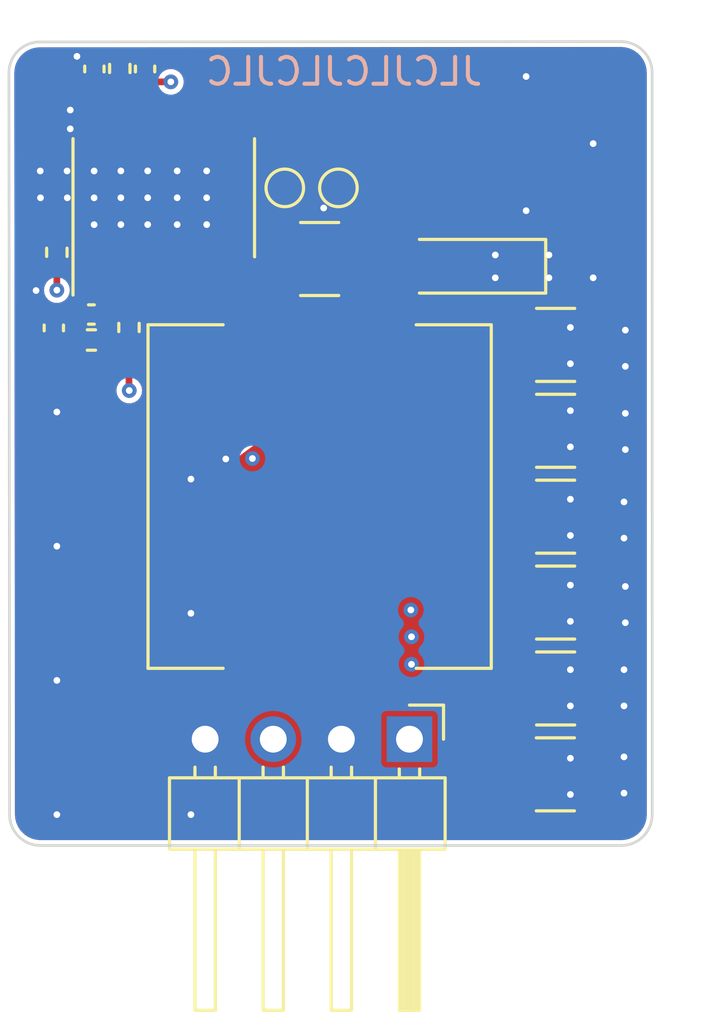
<source format=kicad_pcb>
(kicad_pcb (version 20221018) (generator pcbnew)
  (layers (0 "F.Cu" signal "Top.Cu") (1 "In1.Cu" signal "2Top.Cu") (2 "In2.Cu" signal "2Bot.Cu") (31 "B.Cu" signal "Bot.Cu") (34 "B.Paste" user) (35 "F.Paste" user) (36 "B.SilkS" user "B.Silkscreen") (37 "F.SilkS" user "F.Silkscreen") (38 "B.Mask" user) (39 "F.Mask" user) (44 "Edge.Cuts" user))
  (net 0 "")
  (net 1 "Net-(U1-FB)")
  (net 2 "Net-(U1-VC)")
  (net 4 "Net-(U1-~{FAULT})")
  (net 5 "Vin (12V - 15V)")
  (net 6 "Net-(C10-Pad1)")
  (net 8 "Net-(U1-RT)")
  (net 9 "Net-(U1-SS)")
  (net 10 "GND")
  (net 11 "-15V")
  (net 12 "Net-(C5-Pad1)")
  (net 13 "Net-(D2-A)")
  (footprint "Resistor_SMD:R_0402_1005Metric" (layer "F.Cu") (at 57.69 69.35 90)
    (fp_text reference "R2" hide)
    (fp_text value "100K")
    (fp_line (start -0.153641 -0.38) (end 0.153641 -0.38) (stroke (width 0.12)) (layer "F.SilkS"))
    (fp_line (start -0.153641 0.38) (end 0.153641 0.38) (stroke (width 0.12)) (layer "F.SilkS"))
    (pad "1" smd roundrect (at -0.51 0 90) (size 0.54 0.64) (layers "F.Cu" "F.Paste" "F.Mask") (net 5 "Vin (12V - 15V)"))
    (pad "2" smd roundrect (at 0.51 0 90) (size 0.54 0.64) (layers "F.Cu" "F.Paste" "F.Mask") (net 4 "Net-(U1-~{FAULT})"))
  )
  (footprint "TestPoint:TestPoint_Pad_D1.0mm" (layer "F.Cu") (at 63.5 64.15)
    (fp_text reference "TP3" hide)
    (fp_text value "TestPoint")
    (fp_circle (center 0 0) (end 0 0.7) (stroke (width 0.12)) (fill none) (layer "F.SilkS"))
    (pad "1" smd circle (at 0 0) (size 1 1) (layers "F.Cu" "F.Mask") (net 6 "Net-(C10-Pad1)"))
  )
  (footprint "Capacitor_SMD:C_1210_3225Metric" (layer "F.Cu") (at 73.59 86)
    (fp_text reference "C3" hide)
    (fp_text value "10u")
    (fp_line (start -0.711252 -1.36) (end 0.711252 -1.36) (stroke (width 0.12)) (layer "F.SilkS"))
    (fp_line (start -0.711252 1.36) (end 0.711252 1.36) (stroke (width 0.12)) (layer "F.SilkS"))
    (pad "1" smd roundrect (at -1.475 0) (size 1.15 2.7) (layers "F.Cu" "F.Paste" "F.Mask") (roundrect_rratio 0.2173913043) (net 5 "Vin (12V - 15V)"))
    (pad "2" smd roundrect (at 1.475 0) (size 1.15 2.7) (layers "F.Cu" "F.Paste" "F.Mask") (roundrect_rratio 0.2173913043) (net 10 "GND"))
  )
  (footprint "Capacitor_SMD:C_1210_3225Metric" (layer "F.Cu") (at 73.6 70)
    (fp_text reference "C9" hide)
    (fp_text value "10u")
    (fp_line (start -0.711252 -1.36) (end 0.711252 -1.36) (stroke (width 0.12)) (layer "F.SilkS"))
    (fp_line (start -0.711252 1.36) (end 0.711252 1.36) (stroke (width 0.12)) (layer "F.SilkS"))
    (pad "1" smd roundrect (at -1.475 0) (size 1.15 2.7) (layers "F.Cu" "F.Paste" "F.Mask") (roundrect_rratio 0.2173913043) (net 11 "-15V"))
    (pad "2" smd roundrect (at 1.475 0) (size 1.15 2.7) (layers "F.Cu" "F.Paste" "F.Mask") (roundrect_rratio 0.2173913043) (net 10 "GND"))
  )
  (footprint "TestPoint:TestPoint_Pad_D1.0mm" (layer "F.Cu") (at 65.5 64.15)
    (fp_text reference "TP5" hide)
    (fp_text value "TestPoint")
    (fp_circle (center 0 0) (end 0 0.7) (stroke (width 0.12)) (fill none) (layer "F.SilkS"))
    (pad "1" smd circle (at 0 0) (size 1 1) (layers "F.Cu" "F.Mask") (net 10 "GND"))
  )
  (footprint "Capacitor_SMD:C_0402_1005Metric" (layer "F.Cu") (at 54.8875 69.3675 90)
    (fp_text reference "C5" hide)
    (fp_text value "1n")
    (fp_line (start -0.107836 -0.36) (end 0.107836 -0.36) (stroke (width 0.12)) (layer "F.SilkS"))
    (fp_line (start -0.107836 0.36) (end 0.107836 0.36) (stroke (width 0.12)) (layer "F.SilkS"))
    (pad "1" smd roundrect (at -0.48 0 90) (size 0.56 0.62) (layers "F.Cu" "F.Paste" "F.Mask") (net 12 "Net-(C5-Pad1)"))
    (pad "2" smd roundrect (at 0.48 0 90) (size 0.56 0.62) (layers "F.Cu" "F.Paste" "F.Mask") (net 10 "GND"))
  )
  (footprint "Capacitor_SMD:C_0402_1005Metric" (layer "F.Cu") (at 58.29 59.72 90)
    (fp_text reference "C11" hide)
    (fp_text value "100n")
    (fp_line (start -0.107836 -0.36) (end 0.107836 -0.36) (stroke (width 0.12)) (layer "F.SilkS"))
    (fp_line (start -0.107836 0.36) (end 0.107836 0.36) (stroke (width 0.12)) (layer "F.SilkS"))
    (pad "1" smd roundrect (at -0.48 0 90) (size 0.56 0.62) (layers "F.Cu" "F.Paste" "F.Mask") (net 5 "Vin (12V - 15V)"))
    (pad "2" smd roundrect (at 0.48 0 90) (size 0.56 0.62) (layers "F.Cu" "F.Paste" "F.Mask") (net 10 "GND"))
  )
  (footprint "Capacitor_SMD:C_0402_1005Metric" (layer "F.Cu") (at 56.4 59.72 90)
    (fp_text reference "C1" hide)
    (fp_text value "100n")
    (fp_line (start -0.107836 -0.36) (end 0.107836 -0.36) (stroke (width 0.12)) (layer "F.SilkS"))
    (fp_line (start -0.107836 0.36) (end 0.107836 0.36) (stroke (width 0.12)) (layer "F.SilkS"))
    (pad "1" smd roundrect (at -0.48 0 90) (size 0.56 0.62) (layers "F.Cu" "F.Paste" "F.Mask") (net 9 "Net-(U1-SS)"))
    (pad "2" smd roundrect (at 0.48 0 90) (size 0.56 0.62) (layers "F.Cu" "F.Paste" "F.Mask") (net 10 "GND"))
  )
  (footprint "Capacitor_SMD:C_1210_3225Metric" (layer "F.Cu") (at 73.6 73.2)
    (fp_text reference "C8" hide)
    (fp_text value "10u")
    (fp_line (start -0.711252 -1.36) (end 0.711252 -1.36) (stroke (width 0.12)) (layer "F.SilkS"))
    (fp_line (start -0.711252 1.36) (end 0.711252 1.36) (stroke (width 0.12)) (layer "F.SilkS"))
    (pad "1" smd roundrect (at -1.475 0) (size 1.15 2.7) (layers "F.Cu" "F.Paste" "F.Mask") (roundrect_rratio 0.2173913043) (net 11 "-15V"))
    (pad "2" smd roundrect (at 1.475 0) (size 1.15 2.7) (layers "F.Cu" "F.Paste" "F.Mask") (roundrect_rratio 0.2173913043) (net 10 "GND"))
  )
  (footprint "Capacitor_SMD:C_0402_1005Metric" (layer "F.Cu") (at 56.2875 68.8675 180)
    (fp_text reference "C4" hide)
    (fp_text value "27p")
    (fp_line (start -0.107836 -0.36) (end 0.107836 -0.36) (stroke (width 0.12)) (layer "F.SilkS"))
    (fp_line (start -0.107836 0.36) (end 0.107836 0.36) (stroke (width 0.12)) (layer "F.SilkS"))
    (pad "1" smd roundrect (at -0.48 0 180) (size 0.56 0.62) (layers "F.Cu" "F.Paste" "F.Mask") (net 2 "Net-(U1-VC)"))
    (pad "2" smd roundrect (at 0.48 0 180) (size 0.56 0.62) (layers "F.Cu" "F.Paste" "F.Mask") (net 10 "GND"))
  )
  (footprint "Capacitor_SMD:C_1210_3225Metric" (layer "F.Cu") (at 73.6 79.6)
    (fp_text reference "C6" hide)
    (fp_text value "10u")
    (fp_line (start -0.711252 -1.36) (end 0.711252 -1.36) (stroke (width 0.12)) (layer "F.SilkS"))
    (fp_line (start -0.711252 1.36) (end 0.711252 1.36) (stroke (width 0.12)) (layer "F.SilkS"))
    (pad "1" smd roundrect (at -1.475 0) (size 1.15 2.7) (layers "F.Cu" "F.Paste" "F.Mask") (roundrect_rratio 0.2173913043) (net 11 "-15V"))
    (pad "2" smd roundrect (at 1.475 0) (size 1.15 2.7) (layers "F.Cu" "F.Paste" "F.Mask") (roundrect_rratio 0.2173913043) (net 10 "GND"))
  )
  (footprint "Inductor_SMD:L_Wuerth_WE-DD-Typ-L-Typ-XL-Typ-XXL" (layer "F.Cu") (at 64.8 75.65 180)
    (fp_text reference "L1" hide)
    (fp_text value "L_Coupled 744871004")
    (fp_line (start -6.4 -6.4) (end -3.6 -6.4) (stroke (width 0.12)) (layer "F.SilkS"))
    (fp_line (start -6.4 6.4) (end -6.4 -6.4) (stroke (width 0.12)) (layer "F.SilkS"))
    (fp_line (start -3.6 6.4) (end -6.4 6.4) (stroke (width 0.12)) (layer "F.SilkS"))
    (fp_line (start 3.6 -6.4) (end 6.4 -6.4) (stroke (width 0.12)) (layer "F.SilkS"))
    (fp_line (start 6.4 -6.4) (end 6.4 6.4) (stroke (width 0.12)) (layer "F.SilkS"))
    (fp_line (start 6.4 6.4) (end 3.6 6.4) (stroke (width 0.12)) (layer "F.SilkS"))
    (pad "1" smd rect (at -1.75 -5 180) (size 2.5 3.85) (layers "F.Cu" "F.Paste" "F.Mask") (net 5 "Vin (12V - 15V)"))
    (pad "2" smd rect (at 1.75 -5 180) (size 2.5 3.85) (layers "F.Cu" "F.Paste" "F.Mask") (net 11 "-15V"))
    (pad "3" smd rect (at 1.75 5 180) (size 2.5 3.85) (layers "F.Cu" "F.Paste" "F.Mask") (net 6 "Net-(C10-Pad1)"))
    (pad "4" smd rect (at -1.75 5 180) (size 2.5 3.85) (layers "F.Cu" "F.Paste" "F.Mask") (net 13 "Net-(D2-A)"))
  )
  (footprint "Capacitor_SMD:C_1210_3225Metric" (layer "F.Cu") (at 73.6 76.4)
    (fp_text reference "C7" hide)
    (fp_text value "10u")
    (fp_line (start -0.711252 -1.36) (end 0.711252 -1.36) (stroke (width 0.12)) (layer "F.SilkS"))
    (fp_line (start -0.711252 1.36) (end 0.711252 1.36) (stroke (width 0.12)) (layer "F.SilkS"))
    (pad "1" smd roundrect (at -1.475 0) (size 1.15 2.7) (layers "F.Cu" "F.Paste" "F.Mask") (roundrect_rratio 0.2173913043) (net 11 "-15V"))
    (pad "2" smd roundrect (at 1.475 0) (size 1.15 2.7) (layers "F.Cu" "F.Paste" "F.Mask") (roundrect_rratio 0.2173913043) (net 10 "GND"))
  )
  (footprint "footprints:DO-221AC" (layer "F.Cu") (at 70.2 67.08 180)
    (fp_text reference "D2" hide)
    (fp_text value "VSSAF5L45")
    (fp_line (start -3.03 -0.99) (end -3.03 1.01) (stroke (width 0.12)) (layer "F.SilkS"))
    (fp_line (start -3.03 -0.99) (end 1.68 -0.99) (stroke (width 0.12)) (layer "F.SilkS"))
    (fp_line (start -3.03 1.01) (end 1.68 1.01) (stroke (width 0.12)) (layer "F.SilkS"))
    (pad "1" smd roundrect (at -2.15 0 180) (size 1.25 1.55) (layers "F.Cu" "F.Paste" "F.Mask") (net 10 "GND"))
    (pad "2" smd roundrect (at 2.15 0 180) (size 1.25 1.55) (layers "F.Cu" "F.Paste" "F.Mask") (net 13 "Net-(D2-A)"))
  )
  (footprint "Resistor_SMD:R_0402_1005Metric" (layer "F.Cu") (at 56.2875 69.8175 180)
    (fp_text reference "R3" hide)
    (fp_text value "22K")
    (fp_line (start -0.153641 -0.38) (end 0.153641 -0.38) (stroke (width 0.12)) (layer "F.SilkS"))
    (fp_line (start -0.153641 0.38) (end 0.153641 0.38) (stroke (width 0.12)) (layer "F.SilkS"))
    (pad "1" smd roundrect (at -0.51 0 180) (size 0.54 0.64) (layers "F.Cu" "F.Paste" "F.Mask") (net 2 "Net-(U1-VC)"))
    (pad "2" smd roundrect (at 0.51 0 180) (size 0.54 0.64) (layers "F.Cu" "F.Paste" "F.Mask") (net 12 "Net-(C5-Pad1)"))
  )
  (footprint "Resistor_SMD:R_0402_1005Metric" (layer "F.Cu") (at 55 66.55 -90)
    (fp_text reference "R4" hide)
    (fp_text value "180K")
    (fp_line (start -0.153641 -0.38) (end 0.153641 -0.38) (stroke (width 0.12)) (layer "F.SilkS"))
    (fp_line (start -0.153641 0.38) (end 0.153641 0.38) (stroke (width 0.12)) (layer "F.SilkS"))
    (pad "1" smd roundrect (at -0.51 0 270) (size 0.54 0.64) (layers "F.Cu" "F.Paste" "F.Mask") (net 1 "Net-(U1-FB)"))
    (pad "2" smd roundrect (at 0.51 0 270) (size 0.54 0.64) (layers "F.Cu" "F.Paste" "F.Mask") (net 11 "-15V"))
  )
  (footprint "Capacitor_SMD:C_1210_3225Metric" (layer "F.Cu") (at 73.6 82.8)
    (fp_text reference "C2" hide)
    (fp_text value "10u")
    (fp_line (start -0.711252 -1.36) (end 0.711252 -1.36) (stroke (width 0.12)) (layer "F.SilkS"))
    (fp_line (start -0.711252 1.36) (end 0.711252 1.36) (stroke (width 0.12)) (layer "F.SilkS"))
    (pad "1" smd roundrect (at -1.475 0) (size 1.15 2.7) (layers "F.Cu" "F.Paste" "F.Mask") (roundrect_rratio 0.2173913043) (net 5 "Vin (12V - 15V)"))
    (pad "2" smd roundrect (at 1.475 0) (size 1.15 2.7) (layers "F.Cu" "F.Paste" "F.Mask") (roundrect_rratio 0.2173913043) (net 10 "GND"))
  )
  (footprint "Connector_PinHeader_2.54mm:PinHeader_1x04_P2.54mm_Horizontal" (layer "F.Cu") (at 68.15 84.69 -90)
    (fp_text reference "J1" hide)
    (fp_text value "Conn_01x04_Pin")
    (fp_line (start -1.27 -1.27) (end 0 -1.27) (stroke (width 0.12)) (layer "F.SilkS"))
    (fp_line (start -1.27 0) (end -1.27 -1.27) (stroke (width 0.12)) (layer "F.SilkS"))
    (fp_line (start 1.042929 2.16) (end 1.44 2.16) (stroke (width 0.12)) (layer "F.SilkS"))
    (fp_line (start 1.042929 2.92) (end 1.44 2.92) (stroke (width 0.12)) (layer "F.SilkS"))
    (fp_line (start 1.042929 4.7) (end 1.44 4.7) (stroke (width 0.12)) (layer "F.SilkS"))
    (fp_line (start 1.042929 5.46) (end 1.44 5.46) (stroke (width 0.12)) (layer "F.SilkS"))
    (fp_line (start 1.042929 7.24) (end 1.44 7.24) (stroke (width 0.12)) (layer "F.SilkS"))
    (fp_line (start 1.042929 8) (end 1.44 8) (stroke (width 0.12)) (layer "F.SilkS"))
    (fp_line (start 1.11 -0.38) (end 1.44 -0.38) (stroke (width 0.12)) (layer "F.SilkS"))
    (fp_line (start 1.11 0.38) (end 1.44 0.38) (stroke (width 0.12)) (layer "F.SilkS"))
    (fp_line (start 1.44 -1.33) (end 1.44 8.95) (stroke (width 0.12)) (layer "F.SilkS"))
    (fp_line (start 1.44 1.27) (end 4.1 1.27) (stroke (width 0.12)) (layer "F.SilkS"))
    (fp_line (start 1.44 3.81) (end 4.1 3.81) (stroke (width 0.12)) (layer "F.SilkS"))
    (fp_line (start 1.44 6.35) (end 4.1 6.35) (stroke (width 0.12)) (layer "F.SilkS"))
    (fp_line (start 1.44 8.95) (end 4.1 8.95) (stroke (width 0.12)) (layer "F.SilkS"))
    (fp_line (start 4.1 -1.33) (end 1.44 -1.33) (stroke (width 0.12)) (layer "F.SilkS"))
    (fp_line (start 4.1 -0.38) (end 10.1 -0.38) (stroke (width 0.12)) (layer "F.SilkS"))
    (fp_line (start 4.1 -0.32) (end 10.1 -0.32) (stroke (width 0.12)) (layer "F.SilkS"))
    (fp_line (start 4.1 -0.2) (end 10.1 -0.2) (stroke (width 0.12)) (layer "F.SilkS"))
    (fp_line (start 4.1 -0.08) (end 10.1 -0.08) (stroke (width 0.12)) (layer "F.SilkS"))
    (fp_line (start 4.1 0.04) (end 10.1 0.04) (stroke (width 0.12)) (layer "F.SilkS"))
    (fp_line (start 4.1 0.16) (end 10.1 0.16) (stroke (width 0.12)) (layer "F.SilkS"))
    (fp_line (start 4.1 0.28) (end 10.1 0.28) (stroke (width 0.12)) (layer "F.SilkS"))
    (fp_line (start 4.1 2.16) (end 10.1 2.16) (stroke (width 0.12)) (layer "F.SilkS"))
    (fp_line (start 4.1 4.7) (end 10.1 4.7) (stroke (width 0.12)) (layer "F.SilkS"))
    (fp_line (start 4.1 7.24) (end 10.1 7.24) (stroke (width 0.12)) (layer "F.SilkS"))
    (fp_line (start 4.1 8.95) (end 4.1 -1.33) (stroke (width 0.12)) (layer "F.SilkS"))
    (fp_line (start 10.1 -0.38) (end 10.1 0.38) (stroke (width 0.12)) (layer "F.SilkS"))
    (fp_line (start 10.1 0.38) (end 4.1 0.38) (stroke (width 0.12)) (layer "F.SilkS"))
    (fp_line (start 10.1 2.16) (end 10.1 2.92) (stroke (width 0.12)) (layer "F.SilkS"))
    (fp_line (start 10.1 2.92) (end 4.1 2.92) (stroke (width 0.12)) (layer "F.SilkS"))
    (fp_line (start 10.1 4.7) (end 10.1 5.46) (stroke (width 0.12)) (layer "F.SilkS"))
    (fp_line (start 10.1 5.46) (end 4.1 5.46) (stroke (width 0.12)) (layer "F.SilkS"))
    (fp_line (start 10.1 7.24) (end 10.1 8) (stroke (width 0.12)) (layer "F.SilkS"))
    (fp_line (start 10.1 8) (end 4.1 8) (stroke (width 0.12)) (layer "F.SilkS"))
    (pad "1" thru_hole rect (at 0 0 270) (size 1.7 1.7) (drill 1) (layers "*.Cu" "*.Mask") (net 5 "Vin (12V - 15V)"))
    (pad "2" thru_hole oval (at 0 2.54 270) (size 1.7 1.7) (drill 1) (layers "*.Cu" "*.Mask") (net 10 "GND"))
    (pad "3" thru_hole oval (at 0 5.08 270) (size 1.7 1.7) (drill 1) (layers "*.Cu" "*.Mask") (net 11 "-15V"))
    (pad "4" thru_hole oval (at 0 7.62 270) (size 1.7 1.7) (drill 1) (layers "*.Cu" "*.Mask") (net 10 "GND"))
  )
  (footprint "Capacitor_SMD:C_1210_3225Metric" (layer "F.Cu") (at 64.8 66.8)
    (fp_text reference "C10" hide)
    (fp_text value "4u7")
    (fp_line (start -0.711252 -1.36) (end 0.711252 -1.36) (stroke (width 0.12)) (layer "F.SilkS"))
    (fp_line (start -0.711252 1.36) (end 0.711252 1.36) (stroke (width 0.12)) (layer "F.SilkS"))
    (pad "1" smd roundrect (at -1.475 0) (size 1.15 2.7) (layers "F.Cu" "F.Paste" "F.Mask") (roundrect_rratio 0.2173913043) (net 6 "Net-(C10-Pad1)"))
    (pad "2" smd roundrect (at 1.475 0) (size 1.15 2.7) (layers "F.Cu" "F.Paste" "F.Mask") (roundrect_rratio 0.2173913043) (net 13 "Net-(D2-A)"))
  )
  (footprint "Resistor_SMD:R_0402_1005Metric" (layer "F.Cu") (at 57.3475 59.7 90)
    (fp_text reference "R1" hide)
    (fp_text value "82K")
    (fp_line (start -0.153641 -0.38) (end 0.153641 -0.38) (stroke (width 0.12)) (layer "F.SilkS"))
    (fp_line (start -0.153641 0.38) (end 0.153641 0.38) (stroke (width 0.12)) (layer "F.SilkS"))
    (pad "1" smd roundrect (at -0.51 0 90) (size 0.54 0.64) (layers "F.Cu" "F.Paste" "F.Mask") (net 8 "Net-(U1-RT)"))
    (pad "2" smd roundrect (at 0.51 0 90) (size 0.54 0.64) (layers "F.Cu" "F.Paste" "F.Mask") (net 10 "GND"))
  )
  (footprint "footprints:TSSOP-20-1EP_4.4x6.5mm_P0.65mm_EP2.75x3.85mm" (layer "F.Cu") (at 58.9875 64.5175 90)
    (fp_text reference "U1" hide)
    (fp_text value "LT3579")
    (fp_line (start 0 -3.385) (end -3.625 -3.385) (stroke (width 0.12)) (layer "F.SilkS"))
    (fp_line (start 0 -3.385) (end 2.2 -3.385) (stroke (width 0.12)) (layer "F.SilkS"))
    (fp_line (start 0 3.385) (end -2.2 3.385) (stroke (width 0.12)) (layer "F.SilkS"))
    (fp_line (start 0 3.385) (end 2.2 3.385) (stroke (width 0.12)) (layer "F.SilkS"))
    (pad "1" smd roundrect (at -2.8875 -2.925 90) (size 1.475 0.4) (layers "F.Cu" "F.Paste" "F.Mask") (net 1 "Net-(U1-FB)"))
    (pad "2" smd roundrect (at -2.8875 -2.275 90) (size 1.475 0.4) (layers "F.Cu" "F.Paste" "F.Mask") (net 2 "Net-(U1-VC)"))
    (pad "3" smd roundrect (at -2.8875 -1.625 90) (size 1.475 0.4) (layers "F.Cu" "F.Paste" "F.Mask"))
    (pad "4" smd roundrect (at -2.8875 -0.975 90) (size 1.475 0.4) (layers "F.Cu" "F.Paste" "F.Mask") (net 4 "Net-(U1-~{FAULT})"))
    (pad "5" smd roundrect (at -2.8875 -0.325 90) (size 1.475 0.4) (layers "F.Cu" "F.Paste" "F.Mask") (net 5 "Vin (12V - 15V)"))
    (pad "6" smd roundrect (at -2.8875 0.325 90) (size 1.475 0.4) (layers "F.Cu" "F.Paste" "F.Mask") (net 6 "Net-(C10-Pad1)"))
    (pad "7" smd roundrect (at -2.8875 0.975 90) (size 1.475 0.4) (layers "F.Cu" "F.Paste" "F.Mask") (net 6 "Net-(C10-Pad1)"))
    (pad "8" smd roundrect (at -2.8875 1.625 90) (size 1.475 0.4) (layers "F.Cu" "F.Paste" "F.Mask") (net 6 "Net-(C10-Pad1)"))
    (pad "9" smd roundrect (at -2.8875 2.275 90) (size 1.475 0.4) (layers "F.Cu" "F.Paste" "F.Mask") (net 6 "Net-(C10-Pad1)"))
    (pad "10" smd roundrect (at -2.8875 2.925 90) (size 1.475 0.4) (layers "F.Cu" "F.Paste" "F.Mask") (net 6 "Net-(C10-Pad1)"))
    (pad "11" smd roundrect (at 2.8875 2.925 90) (size 1.475 0.4) (layers "F.Cu" "F.Paste" "F.Mask") (net 6 "Net-(C10-Pad1)"))
    (pad "12" smd roundrect (at 2.8875 2.275 90) (size 1.475 0.4) (layers "F.Cu" "F.Paste" "F.Mask") (net 6 "Net-(C10-Pad1)"))
    (pad "13" smd roundrect (at 2.8875 1.625 90) (size 1.475 0.4) (layers "F.Cu" "F.Paste" "F.Mask") (net 6 "Net-(C10-Pad1)"))
    (pad "14" smd roundrect (at 2.8875 0.975 90) (size 1.475 0.4) (layers "F.Cu" "F.Paste" "F.Mask") (net 6 "Net-(C10-Pad1)"))
    (pad "15" smd roundrect (at 2.8875 0.325 90) (size 1.475 0.4) (layers "F.Cu" "F.Paste" "F.Mask") (net 6 "Net-(C10-Pad1)"))
    (pad "16" smd roundrect (at 2.8875 -0.325 90) (size 1.475 0.4) (layers "F.Cu" "F.Paste" "F.Mask"))
    (pad "17" smd roundrect (at 2.8875 -0.975 90) (size 1.475 0.4) (layers "F.Cu" "F.Paste" "F.Mask") (net 5 "Vin (12V - 15V)"))
    (pad "18" smd roundrect (at 2.8875 -1.625 90) (size 1.475 0.4) (layers "F.Cu" "F.Paste" "F.Mask") (net 8 "Net-(U1-RT)"))
    (pad "19" smd roundrect (at 2.8875 -2.275 90) (size 1.475 0.4) (layers "F.Cu" "F.Paste" "F.Mask") (net 9 "Net-(U1-SS)"))
    (pad "20" smd roundrect (at 2.8875 -2.925 90) (size 1.475 0.4) (layers "F.Cu" "F.Paste" "F.Mask") (net 10 "GND"))
    (pad "21" thru_hole circle (at -1 -1.6 90) (size 0.55 0.55) (drill 0.25) (layers "*.Cu" "F.Mask") (net 10 "GND"))
    (pad "21" thru_hole circle (at -1 -0.6 90) (size 0.55 0.55) (drill 0.25) (layers "*.Cu" "F.Mask") (net 10 "GND"))
    (pad "21" thru_hole circle (at -1 0.5 90) (size 0.55 0.55) (drill 0.25) (layers "*.Cu" "F.Mask") (net 10 "GND"))
    (pad "21" thru_hole circle (at -1 1.6 90) (size 0.55 0.55) (drill 0.25) (layers "*.Cu" "F.Mask") (net 10 "GND"))
    (pad "21" thru_hole circle (at 0 -1.6 90) (size 0.55 0.55) (drill 0.25) (layers "*.Cu" "F.Mask") (net 10 "GND"))
    (pad "21" thru_hole circle (at 0 -0.6 90) (size 0.55 0.55) (drill 0.25) (layers "*.Cu" "F.Mask") (net 10 "GND"))
    (pad "21" smd rect (at 0 0 90) (size 2.74 3.86) (layers "F.Cu" "F.Mask") (net 10 "GND"))
    (pad "21" thru_hole circle (at 0 0.5 90) (size 0.55 0.55) (drill 0.25) (layers "*.Cu" "F.Mask") (net 10 "GND"))
    (pad "21" thru_hole circle (at 0 1.6 90) (size 0.55 0.55) (drill 0.25) (layers "*.Cu" "F.Mask") (net 10 "GND"))
    (pad "21" thru_hole circle (at 1 -1.6 90) (size 0.55 0.55) (drill 0.25) (layers "*.Cu" "F.Mask") (net 10 "GND"))
    (pad "21" thru_hole circle (at 1 -0.6 90) (size 0.55 0.55) (drill 0.25) (layers "*.Cu" "F.Mask") (net 10 "GND"))
    (pad "21" thru_hole circle (at 1 0.5 90) (size 0.55 0.55) (drill 0.25) (layers "*.Cu" "F.Mask") (net 10 "GND"))
    (pad "21" thru_hole circle (at 1 1.6 90) (size 0.55 0.55) (drill 0.25) (layers "*.Cu" "F.Mask") (net 10 "GND"))
  )
  (gr_line (start 77.198853 59.914819) (end 77.2 87.5) (stroke (width 0.1)) (layer "Edge.Cuts"))
  (gr_arc (start 76.036827 58.7) (mid 76.877376 59.059152) (end 77.198853 59.914819) (stroke (width 0.1)) (layer "Edge.Cuts"))
  (gr_arc (start 77.2 87.5) (mid 76.863173 88.313173) (end 76.05 88.65) (stroke (width 0.1)) (layer "Edge.Cuts"))
  (gr_line (start 54.363173 58.713173) (end 76.036827 58.7) (stroke (width 0.1)) (layer "Edge.Cuts"))
  (gr_arc (start 54.388173 88.65) (mid 53.575 88.313173) (end 53.238173 87.5) (stroke (width 0.1)) (layer "Edge.Cuts"))
  (gr_arc (start 53.213173 59.863173) (mid 53.55 59.05) (end 54.363173 58.713173) (stroke (width 0.1)) (layer "Edge.Cuts"))
  (gr_line (start 53.238173 87.5) (end 53.213173 59.863173) (stroke (width 0.1)) (layer "Edge.Cuts"))
  (gr_line (start 76.05 88.65) (end 54.388173 88.65) (stroke (width 0.1)) (layer "Edge.Cuts"))
  (gr_text "JLCJLCJLCJLC" (at 70.95 60.4) (layer "B.SilkS") (effects (font (size 1 1)) (justify left bottom mirror)))
  (segment (start 56.0625 67.405) (end 56.0625 67.1025) (width 0.25) (layer "F.Cu") (net 1))
  (segment (start 56.0625 67.1025) (end 55 66.04) (width 0.25) (layer "F.Cu") (net 1))
  (segment (start 56.7125 67.405) (end 56.7125 68.8125) (width 0.25) (layer "F.Cu") (net 2))
  (segment (start 56.7675 69.7875) (end 56.7975 69.8175) (width 0.25) (layer "F.Cu") (net 2))
  (segment (start 56.7125 68.8125) (end 56.7675 68.8675) (width 0.25) (layer "F.Cu") (net 2))
  (segment (start 56.7675 68.8675) (end 56.7675 69.7875) (width 0.25) (layer "F.Cu") (net 2))
  (segment (start 58.0125 67.405) (end 58.0125 68.5175) (width 0.25) (layer "F.Cu") (net 4))
  (segment (start 58.0125 68.5175) (end 57.69 68.84) (width 0.25) (layer "F.Cu") (net 4))
  (segment (start 59.25 60.2) (end 58.29 60.2) (width 0.25) (layer "F.Cu") (net 5))
  (segment (start 57.7 71.7) (end 57.69 71.69) (width 0.25) (layer "F.Cu") (net 5))
  (segment (start 58.6625 68.8875) (end 57.69 69.86) (width 0.25) (layer "F.Cu") (net 5))
  (segment (start 58.0125 60.4775) (end 58.29 60.2) (width 0.25) (layer "F.Cu") (net 5))
  (segment (start 57.69 71.69) (end 57.69 69.86) (width 0.25) (layer "F.Cu") (net 5))
  (segment (start 58.0125 61.63) (end 58.0125 60.4775) (width 0.25) (layer "F.Cu") (net 5))
  (segment (start 58.6625 67.405) (end 58.6625 68.8875) (width 0.25) (layer "F.Cu") (net 5))
  (via (at 57.7 71.7) (size 0.55) (drill 0.25) (layers "F.Cu" "B.Cu") (net 5))
  (via (at 59.25 60.2) (size 0.55) (drill 0.25) (layers "F.Cu" "B.Cu") (net 5))
  (via (at 68.225 80.875) (size 0.55) (drill 0.25) (layers "F.Cu" "B.Cu") (net 5))
  (via (at 68.225 81.9) (size 0.55) (drill 0.25) (layers "F.Cu" "B.Cu") (net 5))
  (via (at 68.2 79.875) (size 0.55) (drill 0.25) (layers "F.Cu" "B.Cu") (net 5))
  (segment (start 57.3625 61.63) (end 57.3625 60.225) (width 0.25) (layer "F.Cu") (net 8))
  (segment (start 57.3625 60.225) (end 57.3475 60.21) (width 0.25) (layer "F.Cu") (net 8))
  (segment (start 56.7125 60.5125) (end 56.4 60.2) (width 0.25) (layer "F.Cu") (net 9))
  (segment (start 56.7125 61.63) (end 56.7125 60.5125) (width 0.25) (layer "F.Cu") (net 9))
  (segment (start 54.9075 68.8675) (end 54.8875 68.8875) (width 0.25) (layer "F.Cu") (net 10))
  (via (at 60 80) (size 0.55) (drill 0.25) (layers "F.Cu" "B.Cu") (net 10))
  (via (at 55 82.5) (size 0.55) (drill 0.25) (layers "F.Cu" "B.Cu") (net 10))
  (via (at 76.15 77.2) (size 0.55) (drill 0.25) (layers "F.Cu" "B.Cu") (net 10))
  (via (at 74.15 83.45) (size 0.55) (drill 0.25) (layers "F.Cu" "B.Cu") (net 10))
  (via (at 74.15 77.1) (size 0.55) (drill 0.25) (layers "F.Cu" "B.Cu") (net 10))
  (via (at 74.15 70.7) (size 0.55) (drill 0.25) (layers "F.Cu" "B.Cu") (net 10))
  (via (at 56.39 65.52) (size 0.55) (drill 0.25) (layers "F.Cu" "B.Cu") (net 10))
  (via (at 76.15 75.85) (size 0.55) (drill 0.25) (layers "F.Cu" "B.Cu") (net 10))
  (via (at 72.5 60) (size 0.55) (drill 0.25) (layers "F.Cu" "B.Cu") (net 10))
  (via (at 76.2 73.9) (size 0.55) (drill 0.25) (layers "F.Cu" "B.Cu") (net 10))
  (via (at 60 87.5) (size 0.55) (drill 0.25) (layers "F.Cu" "B.Cu") (net 10))
  (via (at 55 77.5) (size 0.55) (drill 0.25) (layers "F.Cu" "B.Cu") (net 10))
  (via (at 71.35 66.65) (size 0.55) (drill 0.25) (layers "F.Cu" "B.Cu") (net 10))
  (via (at 74.15 78.95) (size 0.55) (drill 0.25) (layers "F.Cu" "B.Cu") (net 10))
  (via (at 54.225 67.975) (size 0.55) (drill 0.25) (layers "F.Cu" "B.Cu") (net 10))
  (via (at 56.39 64.52) (size 0.55) (drill 0.25) (layers "F.Cu" "B.Cu") (net 10))
  (via (at 54.39 64.52) (size 0.55) (drill 0.25) (layers "F.Cu" "B.Cu") (net 10))
  (via (at 55.75 59.25) (size 0.55) (drill 0.25) (layers "F.Cu" "B.Cu") (net 10))
  (via (at 74.15 72.45) (size 0.55) (drill 0.25) (layers "F.Cu" "B.Cu") (net 10))
  (via (at 75 67.5) (size 0.55) (drill 0.25) (layers "F.Cu" "B.Cu") (net 10))
  (via (at 74.15 86.75) (size 0.55) (drill 0.25) (layers "F.Cu" "B.Cu") (net 10))
  (via (at 72.5 65) (size 0.55) (drill 0.25) (layers "F.Cu" "B.Cu") (net 10))
  (via (at 61.3 74.25) (size 0.55) (drill 0.25) (layers "F.Cu" "B.Cu") (net 10))
  (via (at 64.95 64.9) (size 0.55) (drill 0.25) (layers "F.Cu" "B.Cu") (net 10))
  (via (at 73.35 66.65) (size 0.55) (drill 0.25) (layers "F.Cu" "B.Cu") (net 10))
  (via (at 74.15 75.75) (size 0.55) (drill 0.25) (layers "F.Cu" "B.Cu") (net 10))
  (via (at 76.15 82.1) (size 0.55) (drill 0.25) (layers "F.Cu" "B.Cu") (net 10))
  (via (at 60 75) (size 0.55) (drill 0.25) (layers "F.Cu" "B.Cu") (net 10))
  (via (at 73.35 67.5) (size 0.55) (drill 0.25) (layers "F.Cu" "B.Cu") (net 10))
  (via (at 76.15 83.45) (size 0.55) (drill 0.25) (layers "F.Cu" "B.Cu") (net 10))
  (via (at 74.15 73.8) (size 0.55) (drill 0.25) (layers "F.Cu" "B.Cu") (net 10))
  (via (at 76.2 80.35) (size 0.55) (drill 0.25) (layers "F.Cu" "B.Cu") (net 10))
  (via (at 55.38 63.52) (size 0.55) (drill 0.25) (layers "F.Cu" "B.Cu") (net 10))
  (via (at 76.2 79) (size 0.55) (drill 0.25) (layers "F.Cu" "B.Cu") (net 10))
  (via (at 76.2 72.55) (size 0.55) (drill 0.25) (layers "F.Cu" "B.Cu") (net 10))
  (via (at 55.5 61.25) (size 0.55) (drill 0.25) (layers "F.Cu" "B.Cu") (net 10))
  (via (at 55.5 61.95) (size 0.55) (drill 0.25) (layers "F.Cu" "B.Cu") (net 10))
  (via (at 54.38 63.52) (size 0.55) (drill 0.25) (layers "F.Cu" "B.Cu") (net 10))
  (via (at 74.15 69.35) (size 0.55) (drill 0.25) (layers "F.Cu" "B.Cu") (net 10))
  (via (at 55 87.5) (size 0.55) (drill 0.25) (layers "F.Cu" "B.Cu") (net 10))
  (via (at 76.15 86.7) (size 0.55) (drill 0.25) (layers "F.Cu" "B.Cu") (net 10))
  (via (at 74.15 80.3) (size 0.55) (drill 0.25) (layers "F.Cu" "B.Cu") (net 10))
  (via (at 71.35 67.5) (size 0.55) (drill 0.25) (layers "F.Cu" "B.Cu") (net 10))
  (via (at 56.39 63.52) (size 0.55) (drill 0.25) (layers "F.Cu" "B.Cu") (net 10))
  (via (at 75 62.5) (size 0.55) (drill 0.25) (layers "F.Cu" "B.Cu") (net 10))
  (via (at 55.39 64.52) (size 0.55) (drill 0.25) (layers "F.Cu" "B.Cu") (net 10))
  (via (at 76.2 70.8) (size 0.55) (drill 0.25) (layers "F.Cu" "B.Cu") (net 10))
  (via (at 74.15 85.4) (size 0.55) (drill 0.25) (layers "F.Cu" "B.Cu") (net 10))
  (via (at 76.2 69.45) (size 0.55) (drill 0.25) (layers "F.Cu" "B.Cu") (net 10))
  (via (at 74.15 82.1) (size 0.55) (drill 0.25) (layers "F.Cu" "B.Cu") (net 10))
  (via (at 55 72.5) (size 0.55) (drill 0.25) (layers "F.Cu" "B.Cu") (net 10))
  (via (at 76.15 85.35) (size 0.55) (drill 0.25) (layers "F.Cu" "B.Cu") (net 10))
  (segment (start 63.04 80.66) (end 63.05 80.65) (width 0.25) (layer "F.Cu") (net 11))
  (segment (start 63.45 79.45) (end 63.45 80.6) (width 0.25) (layer "F.Cu") (net 11))
  (segment (start 55 67.06) (end 55 67.96) (width 0.25) (layer "F.Cu") (net 11))
  (via (at 55 67.96) (size 0.55) (drill 0.25) (layers "F.Cu" "B.Cu") (net 11))
  (via (at 62.2925 74.2325) (size 0.55) (drill 0.25) (layers "F.Cu" "B.Cu") (net 11))
  (segment (start 54.8875 69.8475) (end 55.7475 69.8475) (width 0.25) (layer "F.Cu") (net 12))
  (segment (start 55.7475 69.8475) (end 55.7775 69.8175) (width 0.25) (layer "F.Cu") (net 12))
  (zone (net 0) (net_name "") (layer "F.Cu") (connect_pads (clearance 0)) (min_thickness 0.25)
    (keepout (tracks not_allowed) (vias not_allowed) (pads not_allowed) (copperpour not_allowed) (footprints allowed))
    (fill (thermal_gap 0.5) (thermal_bridge_width 0.5))
    (polygon (pts (xy 59.5075 68.0575) (xy 59.7675 68.0575) (xy 59.7675 66.7675) (xy 59.5075 66.7675)))
  )
  (zone (net 0) (net_name "") (layer "F.Cu") (connect_pads (clearance 0)) (min_thickness 0.25)
    (keepout (tracks not_allowed) (vias not_allowed) (pads not_allowed) (copperpour not_allowed) (footprints allowed))
    (fill (thermal_gap 0.5) (thermal_bridge_width 0.5))
    (polygon (pts (xy 61.4575 68.0575) (xy 61.7175 68.0575) (xy 61.7175 66.7675) (xy 61.4575 66.7675)))
  )
  (zone (net 11) (net_name "-15V") (layer "F.Cu") (priority 5) (connect_pads yes (clearance 0.15)) (min_thickness 0.25) (fill yes (thermal_gap 0.5) (thermal_bridge_width 0.5))
    (polygon (pts (xy 65.09 82.56) (xy 65.11 78.8) (xy 65.55 81.19) (xy 68.08 81.19) (xy 68.55 81.79) (xy 69.91 81.68) (xy 70.52 81.91) (xy 72.7 81.63) (xy 72.7 80.54) (xy 72.7 69.01) (xy 72.41 68.65) (xy 69.46 68.65) (xy 68.77 69.33) (xy 68.77 73.27) (xy 68.24 73.73) (xy 62.37 73.72) (xy 61.8 74.14) (xy 61.8 79.83) (xy 61.82 82.4) (xy 64.29 83.29)))
  )
  (zone (net 0) (net_name "") (layer "F.Cu") (connect_pads (clearance 0)) (min_thickness 0.25)
    (keepout (tracks not_allowed) (vias not_allowed) (pads not_allowed) (copperpour not_allowed) (footprints allowed))
    (fill (thermal_gap 0.5) (thermal_bridge_width 0.5))
    (polygon (pts (xy 60.1575 68.0575) (xy 60.4175 68.0575) (xy 60.4175 66.7675) (xy 60.1575 66.7675)))
  )
  (zone (net 0) (net_name "") (layer "F.Cu") (connect_pads (clearance 0)) (min_thickness 0.25)
    (keepout (tracks not_allowed) (vias not_allowed) (pads not_allowed) (copperpour not_allowed) (footprints allowed))
    (fill (thermal_gap 0.5) (thermal_bridge_width 0.5))
    (polygon (pts (xy 61.4575 62.2675) (xy 61.7175 62.2675) (xy 61.7175 60.9775) (xy 61.4575 60.9775)))
  )
  (zone (net 0) (net_name "") (layer "F.Cu") (connect_pads (clearance 0)) (min_thickness 0.25)
    (keepout (tracks not_allowed) (vias not_allowed) (pads not_allowed) (copperpour not_allowed) (footprints allowed))
    (fill (thermal_gap 0.5) (thermal_bridge_width 0.5))
    (polygon (pts (xy 60.1575 62.2675) (xy 60.4175 62.2675) (xy 60.4175 60.9775) (xy 60.1575 60.9775)))
  )
  (zone (net 6) (net_name "Net-(C10-Pad1)") (layer "F.Cu") (priority 6) (connect_pads yes (clearance 0.15)) (min_thickness 0.25) (fill yes (thermal_gap 0.5) (thermal_bridge_width 0.5))
    (polygon (pts (xy 64.3 70.86) (xy 64.32 61.99) (xy 63.03 60.05) (xy 60.25 60.05) (xy 59.12 60.8) (xy 59.12 62.75) (xy 59.27 62.88) (xy 61.14 62.88) (xy 61.3 63.05) (xy 61.3 66.07) (xy 61.1 66.22) (xy 59.29 66.22) (xy 59.11 66.32) (xy 59.11 68.3) (xy 61.81 72.57) (xy 63.99 71.62) (xy 64.11 71.38)))
  )
  (zone (net 0) (net_name "") (layer "F.Cu") (connect_pads (clearance 0)) (min_thickness 0.25)
    (keepout (tracks not_allowed) (vias not_allowed) (pads not_allowed) (copperpour not_allowed) (footprints allowed))
    (fill (thermal_gap 0.5) (thermal_bridge_width 0.5))
    (polygon (pts (xy 60.8075 68.0475) (xy 61.0675 68.0475) (xy 61.0675 66.7575) (xy 60.8075 66.7575)))
  )
  (zone (net 11) (net_name "-15V") (layer "F.Cu") (priority 5) (connect_pads yes (clearance 0.15)) (min_thickness 0.25) (fill yes (thermal_gap 0.5) (thermal_bridge_width 0.5))
    (polygon (pts (xy 64.3 82.58) (xy 64.29 85.57) (xy 64.06 85.86) (xy 62.09 85.86) (xy 61.81 85.56) (xy 61.81 82.19)))
  )
  (zone (net 13) (net_name "Net-(D2-A)") (layer "F.Cu") (priority 4) (connect_pads yes (clearance 0.15)) (min_thickness 0.25) (fill yes (thermal_gap 0.5) (thermal_bridge_width 0.5))
    (polygon (pts (xy 65.31 70.49) (xy 65.3 65.78) (xy 65.65 65.45) (xy 68.32 65.45) (xy 68.67 65.86) (xy 68.67 67.76) (xy 67.8 68.74) (xy 67.79 71.97) (xy 65.3 71.98)))
  )
  (zone (net 0) (net_name "") (layer "F.Cu") (connect_pads (clearance 0)) (min_thickness 0.25)
    (keepout (tracks not_allowed) (vias not_allowed) (pads not_allowed) (copperpour not_allowed) (footprints allowed))
    (fill (thermal_gap 0.5) (thermal_bridge_width 0.5))
    (polygon (pts (xy 59.5075 62.2675) (xy 59.7675 62.2675) (xy 59.7675 60.9775) (xy 59.5075 60.9775)))
  )
  (zone (net 0) (net_name "") (layer "F.Cu") (connect_pads (clearance 0)) (min_thickness 0.25)
    (keepout (tracks not_allowed) (vias not_allowed) (pads not_allowed) (copperpour not_allowed) (footprints allowed))
    (fill (thermal_gap 0.5) (thermal_bridge_width 0.5))
    (polygon (pts (xy 60.8075 62.2675) (xy 61.0675 62.2675) (xy 61.0675 60.9775) (xy 60.8075 60.9775)))
  )
  (zone (net 5) (net_name "Vin (12V - 15V)") (layer "F.Cu") (priority 6) (connect_pads yes (clearance 0.15)) (min_thickness 0.25) (fill yes (thermal_gap 0.5) (thermal_bridge_width 0.5))
    (polygon (pts (xy 65.3 82.57) (xy 65.72 82.86) (xy 66.52 83.45) (xy 67.07 83.87) (xy 67.08 86.92) (xy 67.65 87.35) (xy 69.15 87.35) (xy 70.31 87.35) (xy 72.39 87.35) (xy 72.69 86.94) (xy 72.7 82.2) (xy 72.43 81.45) (xy 70.47 81.45) (xy 69.73 80.72) (xy 67.79 78.76) (xy 65.3 78.81)))
  )
  (zone (net 10) (net_name "GND") (layers "F.Cu" "In1.Cu" "In2.Cu" "B.Cu") (priority 3) (connect_pads yes (clearance 0.15)) (min_thickness 0.45) (fill yes (thermal_gap 0.5) (thermal_bridge_width 0.5))
    (polygon (pts (xy 52.88 57.15) (xy 53.01 90.17) (xy 79.82 89.9) (xy 79.75 57.19)))
  )
)
</source>
